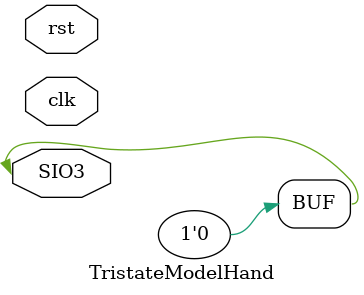
<source format=v>
module TristateModelHand
    (
        input clk,
        input rst,
        inout SIO3
    );

    assign SIO3 = 1'b0;

endmodule


</source>
